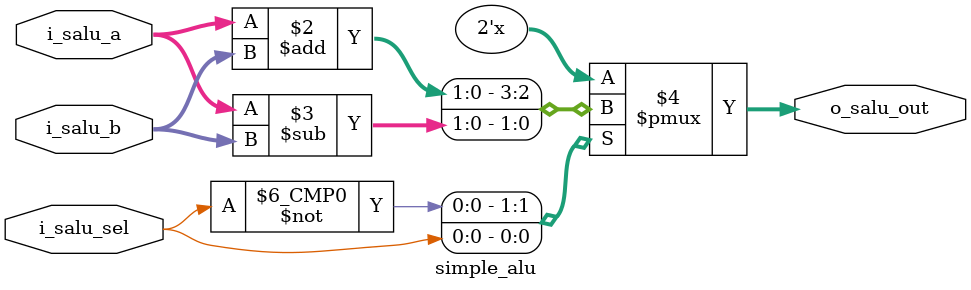
<source format=sv>
module simple_alu #
(
  parameter WIDTH = 2,
  localparam NUMOPS = 2,
  localparam SWIDTH = $clog2(NUMOPS)
)
(
  input [WIDTH-1:0] i_salu_a,
  input [WIDTH-1:0] i_salu_b,
  input [SWIDTH-1:0] i_salu_sel,
  output logic [WIDTH-1:0] o_salu_out
);

  always_comb begin
    case (i_salu_sel)
      0: o_salu_out = i_salu_a + i_salu_b;
      1: o_salu_out = i_salu_a - i_salu_b;
      default: o_salu_out = {WIDTH{1'b0}};
    endcase
  end

endmodule

</source>
